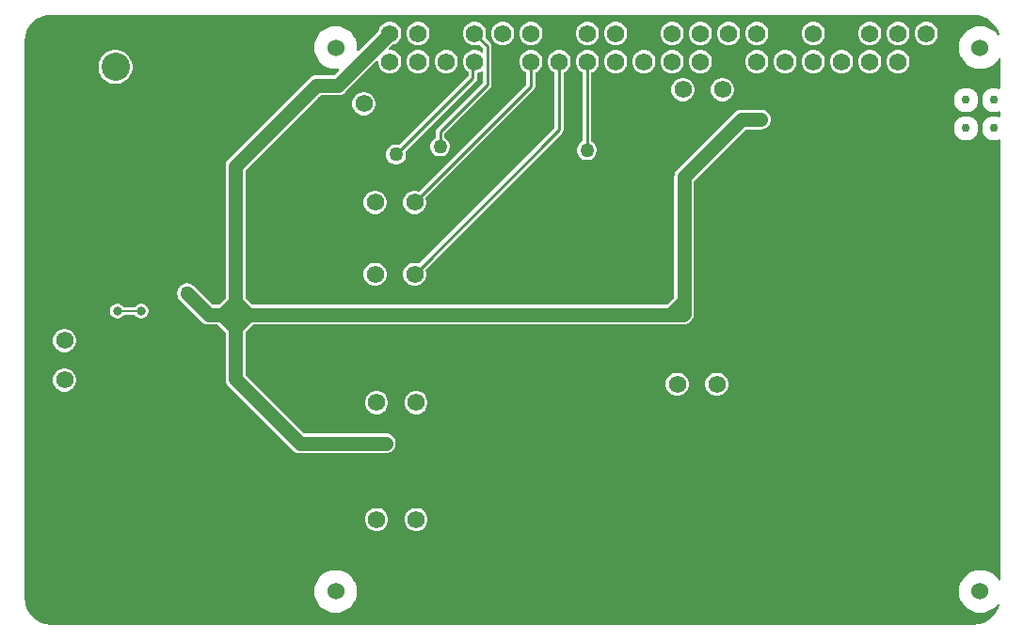
<source format=gbl>
G04*
G04 #@! TF.GenerationSoftware,Altium Limited,Altium Designer,22.10.1 (41)*
G04*
G04 Layer_Physical_Order=2*
G04 Layer_Color=16711680*
%FSLAX23Y23*%
%MOIN*%
G70*
G04*
G04 #@! TF.SameCoordinates,9DCC93BE-6794-47A7-A240-529396958765*
G04*
G04*
G04 #@! TF.FilePolarity,Positive*
G04*
G01*
G75*
%ADD38C,0.010*%
%ADD43C,0.050*%
%ADD45C,0.005*%
%ADD49C,0.030*%
%ADD50C,0.062*%
%ADD51C,0.060*%
%ADD52C,0.100*%
%ADD53C,0.032*%
%ADD54C,0.050*%
G36*
X3447Y2234D02*
X3465Y2229D01*
X3481Y2220D01*
X3496Y2208D01*
X3508Y2193D01*
X3517Y2177D01*
X3520Y2165D01*
X3516Y2162D01*
X3507Y2173D01*
X3496Y2182D01*
X3482Y2189D01*
X3468Y2194D01*
X3453Y2195D01*
X3439Y2194D01*
X3424Y2189D01*
X3411Y2182D01*
X3400Y2173D01*
X3390Y2161D01*
X3383Y2148D01*
X3379Y2134D01*
X3378Y2119D01*
X3379Y2104D01*
X3383Y2090D01*
X3390Y2077D01*
X3400Y2065D01*
X3411Y2056D01*
X3424Y2049D01*
X3439Y2045D01*
X3453Y2043D01*
X3468Y2045D01*
X3482Y2049D01*
X3496Y2056D01*
X3507Y2065D01*
X3517Y2077D01*
X3519Y2081D01*
X3524Y2080D01*
Y1975D01*
X3519Y1972D01*
X3515Y1974D01*
X3503Y1976D01*
X3492Y1974D01*
X3482Y1970D01*
X3473Y1963D01*
X3466Y1954D01*
X3462Y1944D01*
X3461Y1933D01*
X3462Y1922D01*
X3466Y1911D01*
X3473Y1903D01*
X3482Y1896D01*
X3492Y1892D01*
X3503Y1890D01*
X3515Y1892D01*
X3519Y1894D01*
X3524Y1891D01*
Y1875D01*
X3519Y1872D01*
X3515Y1874D01*
X3503Y1876D01*
X3492Y1874D01*
X3482Y1870D01*
X3473Y1863D01*
X3466Y1854D01*
X3462Y1844D01*
X3461Y1833D01*
X3462Y1822D01*
X3466Y1811D01*
X3473Y1803D01*
X3482Y1796D01*
X3492Y1792D01*
X3503Y1790D01*
X3515Y1792D01*
X3519Y1794D01*
X3524Y1791D01*
Y230D01*
X3519Y228D01*
X3517Y232D01*
X3507Y244D01*
X3496Y253D01*
X3482Y260D01*
X3468Y264D01*
X3453Y266D01*
X3439Y264D01*
X3424Y260D01*
X3411Y253D01*
X3400Y244D01*
X3390Y232D01*
X3383Y219D01*
X3379Y205D01*
X3378Y190D01*
X3379Y175D01*
X3383Y161D01*
X3390Y148D01*
X3400Y136D01*
X3411Y127D01*
X3424Y120D01*
X3439Y116D01*
X3453Y114D01*
X3468Y116D01*
X3482Y120D01*
X3496Y127D01*
X3507Y136D01*
X3517Y148D01*
X3521Y146D01*
X3517Y131D01*
X3508Y115D01*
X3496Y100D01*
X3481Y88D01*
X3465Y79D01*
X3447Y74D01*
X3429Y72D01*
X3428Y72D01*
X164D01*
X163Y72D01*
X145Y74D01*
X127Y79D01*
X111Y88D01*
X96Y100D01*
X84Y115D01*
X75Y131D01*
X70Y149D01*
X68Y167D01*
X68Y168D01*
Y2140D01*
X68Y2141D01*
X70Y2159D01*
X75Y2177D01*
X84Y2193D01*
X96Y2208D01*
X111Y2220D01*
X127Y2229D01*
X145Y2234D01*
X163Y2236D01*
X164Y2236D01*
X3428D01*
X3429Y2236D01*
X3447Y2234D01*
D02*
G37*
%LPC*%
G36*
X3267Y2210D02*
X3256D01*
X3246Y2207D01*
X3237Y2202D01*
X3229Y2194D01*
X3224Y2185D01*
X3221Y2175D01*
Y2164D01*
X3224Y2153D01*
X3229Y2144D01*
X3237Y2136D01*
X3246Y2131D01*
X3256Y2128D01*
X3267D01*
X3278Y2131D01*
X3287Y2136D01*
X3295Y2144D01*
X3300Y2153D01*
X3303Y2164D01*
Y2175D01*
X3300Y2185D01*
X3295Y2194D01*
X3287Y2202D01*
X3278Y2207D01*
X3267Y2210D01*
D02*
G37*
G36*
X3167D02*
X3156D01*
X3146Y2207D01*
X3137Y2202D01*
X3129Y2194D01*
X3124Y2185D01*
X3121Y2175D01*
Y2164D01*
X3124Y2153D01*
X3129Y2144D01*
X3137Y2136D01*
X3146Y2131D01*
X3156Y2128D01*
X3167D01*
X3178Y2131D01*
X3187Y2136D01*
X3195Y2144D01*
X3200Y2153D01*
X3203Y2164D01*
Y2175D01*
X3200Y2185D01*
X3195Y2194D01*
X3187Y2202D01*
X3178Y2207D01*
X3167Y2210D01*
D02*
G37*
G36*
X3067D02*
X3056D01*
X3046Y2207D01*
X3037Y2202D01*
X3029Y2194D01*
X3024Y2185D01*
X3021Y2175D01*
Y2164D01*
X3024Y2153D01*
X3029Y2144D01*
X3037Y2136D01*
X3046Y2131D01*
X3056Y2128D01*
X3067D01*
X3078Y2131D01*
X3087Y2136D01*
X3095Y2144D01*
X3100Y2153D01*
X3103Y2164D01*
Y2175D01*
X3100Y2185D01*
X3095Y2194D01*
X3087Y2202D01*
X3078Y2207D01*
X3067Y2210D01*
D02*
G37*
G36*
X2867D02*
X2856D01*
X2846Y2207D01*
X2837Y2202D01*
X2829Y2194D01*
X2824Y2185D01*
X2821Y2175D01*
Y2164D01*
X2824Y2153D01*
X2829Y2144D01*
X2837Y2136D01*
X2846Y2131D01*
X2856Y2128D01*
X2867D01*
X2878Y2131D01*
X2887Y2136D01*
X2895Y2144D01*
X2900Y2153D01*
X2903Y2164D01*
Y2175D01*
X2900Y2185D01*
X2895Y2194D01*
X2887Y2202D01*
X2878Y2207D01*
X2867Y2210D01*
D02*
G37*
G36*
X2667D02*
X2656D01*
X2646Y2207D01*
X2637Y2202D01*
X2629Y2194D01*
X2624Y2185D01*
X2621Y2175D01*
Y2164D01*
X2624Y2153D01*
X2629Y2144D01*
X2637Y2136D01*
X2646Y2131D01*
X2656Y2128D01*
X2667D01*
X2678Y2131D01*
X2687Y2136D01*
X2695Y2144D01*
X2700Y2153D01*
X2703Y2164D01*
Y2175D01*
X2700Y2185D01*
X2695Y2194D01*
X2687Y2202D01*
X2678Y2207D01*
X2667Y2210D01*
D02*
G37*
G36*
X2567D02*
X2556D01*
X2546Y2207D01*
X2537Y2202D01*
X2529Y2194D01*
X2524Y2185D01*
X2521Y2175D01*
Y2164D01*
X2524Y2153D01*
X2529Y2144D01*
X2537Y2136D01*
X2546Y2131D01*
X2556Y2128D01*
X2567D01*
X2578Y2131D01*
X2587Y2136D01*
X2595Y2144D01*
X2600Y2153D01*
X2603Y2164D01*
Y2175D01*
X2600Y2185D01*
X2595Y2194D01*
X2587Y2202D01*
X2578Y2207D01*
X2567Y2210D01*
D02*
G37*
G36*
X2467D02*
X2456D01*
X2446Y2207D01*
X2437Y2202D01*
X2429Y2194D01*
X2424Y2185D01*
X2421Y2175D01*
Y2164D01*
X2424Y2153D01*
X2429Y2144D01*
X2437Y2136D01*
X2446Y2131D01*
X2456Y2128D01*
X2467D01*
X2478Y2131D01*
X2487Y2136D01*
X2495Y2144D01*
X2500Y2153D01*
X2503Y2164D01*
Y2175D01*
X2500Y2185D01*
X2495Y2194D01*
X2487Y2202D01*
X2478Y2207D01*
X2467Y2210D01*
D02*
G37*
G36*
X2367D02*
X2356D01*
X2346Y2207D01*
X2337Y2202D01*
X2329Y2194D01*
X2324Y2185D01*
X2321Y2175D01*
Y2164D01*
X2324Y2153D01*
X2329Y2144D01*
X2337Y2136D01*
X2346Y2131D01*
X2356Y2128D01*
X2367D01*
X2378Y2131D01*
X2387Y2136D01*
X2395Y2144D01*
X2400Y2153D01*
X2403Y2164D01*
Y2175D01*
X2400Y2185D01*
X2395Y2194D01*
X2387Y2202D01*
X2378Y2207D01*
X2367Y2210D01*
D02*
G37*
G36*
X2167D02*
X2156D01*
X2146Y2207D01*
X2137Y2202D01*
X2129Y2194D01*
X2124Y2185D01*
X2121Y2175D01*
Y2164D01*
X2124Y2153D01*
X2129Y2144D01*
X2137Y2136D01*
X2146Y2131D01*
X2156Y2128D01*
X2167D01*
X2178Y2131D01*
X2187Y2136D01*
X2195Y2144D01*
X2200Y2153D01*
X2203Y2164D01*
Y2175D01*
X2200Y2185D01*
X2195Y2194D01*
X2187Y2202D01*
X2178Y2207D01*
X2167Y2210D01*
D02*
G37*
G36*
X2067D02*
X2056D01*
X2046Y2207D01*
X2037Y2202D01*
X2029Y2194D01*
X2024Y2185D01*
X2021Y2175D01*
Y2164D01*
X2024Y2153D01*
X2029Y2144D01*
X2037Y2136D01*
X2046Y2131D01*
X2056Y2128D01*
X2067D01*
X2078Y2131D01*
X2087Y2136D01*
X2095Y2144D01*
X2100Y2153D01*
X2103Y2164D01*
Y2175D01*
X2100Y2185D01*
X2095Y2194D01*
X2087Y2202D01*
X2078Y2207D01*
X2067Y2210D01*
D02*
G37*
G36*
X1867D02*
X1856D01*
X1846Y2207D01*
X1837Y2202D01*
X1829Y2194D01*
X1824Y2185D01*
X1821Y2175D01*
Y2164D01*
X1824Y2153D01*
X1829Y2144D01*
X1837Y2136D01*
X1846Y2131D01*
X1856Y2128D01*
X1867D01*
X1878Y2131D01*
X1887Y2136D01*
X1895Y2144D01*
X1900Y2153D01*
X1903Y2164D01*
Y2175D01*
X1900Y2185D01*
X1895Y2194D01*
X1887Y2202D01*
X1878Y2207D01*
X1867Y2210D01*
D02*
G37*
G36*
X1767D02*
X1756D01*
X1746Y2207D01*
X1737Y2202D01*
X1729Y2194D01*
X1724Y2185D01*
X1721Y2175D01*
Y2164D01*
X1724Y2153D01*
X1729Y2144D01*
X1737Y2136D01*
X1746Y2131D01*
X1756Y2128D01*
X1767D01*
X1778Y2131D01*
X1787Y2136D01*
X1795Y2144D01*
X1800Y2153D01*
X1803Y2164D01*
Y2175D01*
X1800Y2185D01*
X1795Y2194D01*
X1787Y2202D01*
X1778Y2207D01*
X1767Y2210D01*
D02*
G37*
G36*
X1467D02*
X1456D01*
X1446Y2207D01*
X1437Y2202D01*
X1429Y2194D01*
X1424Y2185D01*
X1421Y2175D01*
Y2164D01*
X1424Y2153D01*
X1429Y2144D01*
X1437Y2136D01*
X1446Y2131D01*
X1456Y2128D01*
X1467D01*
X1478Y2131D01*
X1487Y2136D01*
X1495Y2144D01*
X1500Y2153D01*
X1503Y2164D01*
Y2175D01*
X1500Y2185D01*
X1495Y2194D01*
X1487Y2202D01*
X1478Y2207D01*
X1467Y2210D01*
D02*
G37*
G36*
X1367D02*
X1356D01*
X1346Y2207D01*
X1337Y2202D01*
X1329Y2194D01*
X1324Y2185D01*
X1322Y2179D01*
X1250Y2107D01*
X1245Y2109D01*
X1246Y2119D01*
X1244Y2134D01*
X1240Y2148D01*
X1233Y2161D01*
X1224Y2173D01*
X1212Y2182D01*
X1199Y2189D01*
X1185Y2194D01*
X1170Y2195D01*
X1155Y2194D01*
X1141Y2189D01*
X1128Y2182D01*
X1116Y2173D01*
X1107Y2161D01*
X1100Y2148D01*
X1096Y2134D01*
X1094Y2119D01*
X1096Y2104D01*
X1100Y2090D01*
X1107Y2077D01*
X1116Y2065D01*
X1128Y2056D01*
X1141Y2049D01*
X1155Y2045D01*
X1170Y2043D01*
X1180Y2044D01*
X1183Y2039D01*
X1164Y2021D01*
X1103D01*
X1094Y2020D01*
X1085Y2017D01*
X1078Y2011D01*
X791Y1724D01*
X785Y1717D01*
X782Y1708D01*
X781Y1699D01*
Y1231D01*
X757Y1207D01*
X735D01*
X669Y1273D01*
X667Y1274D01*
X665Y1276D01*
X663Y1277D01*
X662Y1279D01*
X660Y1279D01*
X658Y1281D01*
X655Y1281D01*
X653Y1282D01*
X651Y1282D01*
X649Y1283D01*
X646D01*
X644Y1283D01*
X642Y1283D01*
X639D01*
X637Y1282D01*
X635Y1282D01*
X633Y1281D01*
X630Y1281D01*
X628Y1279D01*
X626Y1279D01*
X625Y1277D01*
X623Y1276D01*
X621Y1274D01*
X619Y1273D01*
X618Y1271D01*
X616Y1269D01*
X615Y1267D01*
X613Y1266D01*
X613Y1264D01*
X611Y1262D01*
X611Y1259D01*
X610Y1257D01*
X610Y1255D01*
X609Y1253D01*
Y1250D01*
X609Y1248D01*
X609Y1246D01*
Y1243D01*
X610Y1241D01*
X610Y1239D01*
X611Y1237D01*
X611Y1234D01*
X613Y1232D01*
X613Y1230D01*
X615Y1229D01*
X616Y1227D01*
X618Y1225D01*
X619Y1223D01*
X695Y1147D01*
X702Y1141D01*
X711Y1138D01*
X720Y1137D01*
X753D01*
X781Y1109D01*
Y944D01*
X782Y935D01*
X785Y926D01*
X791Y919D01*
X1019Y691D01*
X1026Y685D01*
X1035Y682D01*
X1044Y681D01*
X1348D01*
X1350Y681D01*
X1353D01*
X1355Y682D01*
X1357Y682D01*
X1359Y683D01*
X1362Y683D01*
X1364Y685D01*
X1366Y685D01*
X1367Y687D01*
X1369Y688D01*
X1371Y690D01*
X1373Y691D01*
X1374Y693D01*
X1376Y695D01*
X1377Y697D01*
X1379Y698D01*
X1379Y700D01*
X1381Y702D01*
X1381Y705D01*
X1382Y707D01*
X1382Y709D01*
X1383Y711D01*
Y714D01*
X1383Y716D01*
X1383Y718D01*
Y721D01*
X1382Y723D01*
X1382Y725D01*
X1381Y727D01*
X1381Y730D01*
X1379Y732D01*
X1379Y734D01*
X1377Y735D01*
X1376Y737D01*
X1374Y739D01*
X1373Y741D01*
X1371Y742D01*
X1369Y744D01*
X1367Y745D01*
X1366Y747D01*
X1364Y747D01*
X1362Y749D01*
X1359Y749D01*
X1357Y750D01*
X1355Y750D01*
X1353Y751D01*
X1350D01*
X1348Y751D01*
X1059D01*
X851Y959D01*
Y1109D01*
X879Y1137D01*
X2400D01*
X2409Y1138D01*
X2418Y1141D01*
X2425Y1147D01*
X2429Y1151D01*
X2430Y1153D01*
X2432Y1155D01*
X2433Y1157D01*
X2435Y1158D01*
X2435Y1160D01*
X2437Y1162D01*
X2437Y1165D01*
X2438Y1167D01*
X2438Y1169D01*
X2439Y1171D01*
Y1174D01*
X2439Y1176D01*
X2439Y1176D01*
Y1645D01*
X2623Y1829D01*
X2676D01*
X2678Y1829D01*
X2681D01*
X2683Y1830D01*
X2685Y1830D01*
X2687Y1831D01*
X2690Y1831D01*
X2692Y1833D01*
X2694Y1833D01*
X2695Y1835D01*
X2697Y1836D01*
X2699Y1838D01*
X2701Y1839D01*
X2702Y1841D01*
X2704Y1843D01*
X2705Y1845D01*
X2707Y1846D01*
X2707Y1848D01*
X2709Y1850D01*
X2709Y1853D01*
X2710Y1855D01*
X2710Y1857D01*
X2711Y1859D01*
Y1862D01*
X2711Y1864D01*
X2711Y1866D01*
Y1869D01*
X2710Y1871D01*
X2710Y1873D01*
X2709Y1875D01*
X2709Y1878D01*
X2707Y1880D01*
X2707Y1882D01*
X2705Y1883D01*
X2704Y1885D01*
X2702Y1887D01*
X2701Y1889D01*
X2699Y1890D01*
X2697Y1892D01*
X2695Y1893D01*
X2694Y1895D01*
X2692Y1895D01*
X2690Y1897D01*
X2687Y1897D01*
X2685Y1898D01*
X2683Y1898D01*
X2681Y1899D01*
X2678D01*
X2676Y1899D01*
X2608D01*
X2599Y1898D01*
X2590Y1895D01*
X2583Y1889D01*
X2379Y1685D01*
X2373Y1678D01*
X2370Y1669D01*
X2369Y1660D01*
Y1231D01*
X2345Y1207D01*
X875D01*
X851Y1231D01*
Y1685D01*
X1117Y1951D01*
X1179D01*
X1188Y1952D01*
X1197Y1955D01*
X1204Y1961D01*
X1316Y2073D01*
X1321Y2071D01*
Y2064D01*
X1324Y2053D01*
X1329Y2044D01*
X1337Y2036D01*
X1346Y2031D01*
X1356Y2028D01*
X1367D01*
X1378Y2031D01*
X1387Y2036D01*
X1395Y2044D01*
X1400Y2053D01*
X1403Y2064D01*
Y2075D01*
X1400Y2085D01*
X1395Y2094D01*
X1387Y2102D01*
X1378Y2107D01*
X1367Y2110D01*
X1360D01*
X1358Y2115D01*
X1372Y2130D01*
X1378Y2131D01*
X1387Y2136D01*
X1395Y2144D01*
X1400Y2153D01*
X1403Y2164D01*
Y2175D01*
X1400Y2185D01*
X1395Y2194D01*
X1387Y2202D01*
X1378Y2207D01*
X1367Y2210D01*
D02*
G37*
G36*
X1667D02*
X1656D01*
X1646Y2207D01*
X1637Y2202D01*
X1629Y2194D01*
X1624Y2185D01*
X1621Y2175D01*
Y2164D01*
X1624Y2153D01*
X1629Y2144D01*
X1637Y2136D01*
X1646Y2131D01*
X1656Y2128D01*
X1667D01*
X1678Y2131D01*
X1678Y2131D01*
X1693Y2117D01*
Y2103D01*
X1688Y2101D01*
X1687Y2102D01*
X1678Y2107D01*
X1667Y2110D01*
X1656D01*
X1646Y2107D01*
X1637Y2102D01*
X1629Y2094D01*
X1624Y2085D01*
X1621Y2075D01*
Y2064D01*
X1624Y2053D01*
X1629Y2044D01*
X1637Y2036D01*
X1641Y2034D01*
Y2019D01*
X1396Y1773D01*
X1389Y1775D01*
X1379D01*
X1370Y1773D01*
X1363Y1768D01*
X1356Y1761D01*
X1351Y1754D01*
X1349Y1745D01*
Y1735D01*
X1351Y1726D01*
X1356Y1719D01*
X1363Y1712D01*
X1370Y1707D01*
X1379Y1705D01*
X1389D01*
X1398Y1707D01*
X1405Y1712D01*
X1412Y1719D01*
X1417Y1726D01*
X1419Y1735D01*
Y1745D01*
X1417Y1752D01*
X1667Y2001D01*
X1670Y2006D01*
X1672Y2012D01*
Y2029D01*
X1678Y2031D01*
X1687Y2036D01*
X1688Y2038D01*
X1693Y2036D01*
Y1994D01*
X1529Y1831D01*
X1526Y1826D01*
X1525Y1820D01*
Y1800D01*
X1519Y1796D01*
X1512Y1789D01*
X1507Y1782D01*
X1505Y1773D01*
Y1763D01*
X1507Y1754D01*
X1512Y1747D01*
X1519Y1740D01*
X1526Y1735D01*
X1535Y1733D01*
X1545D01*
X1554Y1735D01*
X1561Y1740D01*
X1568Y1747D01*
X1573Y1754D01*
X1575Y1763D01*
Y1773D01*
X1573Y1782D01*
X1568Y1789D01*
X1561Y1796D01*
X1555Y1800D01*
Y1814D01*
X1719Y1977D01*
X1722Y1982D01*
X1723Y1988D01*
Y2123D01*
X1722Y2129D01*
X1719Y2134D01*
X1700Y2153D01*
X1700Y2153D01*
X1703Y2164D01*
Y2175D01*
X1700Y2185D01*
X1695Y2194D01*
X1687Y2202D01*
X1678Y2207D01*
X1667Y2210D01*
D02*
G37*
G36*
X3167Y2110D02*
X3156D01*
X3146Y2107D01*
X3137Y2102D01*
X3129Y2094D01*
X3124Y2085D01*
X3121Y2075D01*
Y2064D01*
X3124Y2053D01*
X3129Y2044D01*
X3137Y2036D01*
X3146Y2031D01*
X3156Y2028D01*
X3167D01*
X3178Y2031D01*
X3187Y2036D01*
X3195Y2044D01*
X3200Y2053D01*
X3203Y2064D01*
Y2075D01*
X3200Y2085D01*
X3195Y2094D01*
X3187Y2102D01*
X3178Y2107D01*
X3167Y2110D01*
D02*
G37*
G36*
X3067D02*
X3056D01*
X3046Y2107D01*
X3037Y2102D01*
X3029Y2094D01*
X3024Y2085D01*
X3021Y2075D01*
Y2064D01*
X3024Y2053D01*
X3029Y2044D01*
X3037Y2036D01*
X3046Y2031D01*
X3056Y2028D01*
X3067D01*
X3078Y2031D01*
X3087Y2036D01*
X3095Y2044D01*
X3100Y2053D01*
X3103Y2064D01*
Y2075D01*
X3100Y2085D01*
X3095Y2094D01*
X3087Y2102D01*
X3078Y2107D01*
X3067Y2110D01*
D02*
G37*
G36*
X2967D02*
X2956D01*
X2946Y2107D01*
X2937Y2102D01*
X2929Y2094D01*
X2924Y2085D01*
X2921Y2075D01*
Y2064D01*
X2924Y2053D01*
X2929Y2044D01*
X2937Y2036D01*
X2946Y2031D01*
X2956Y2028D01*
X2967D01*
X2978Y2031D01*
X2987Y2036D01*
X2995Y2044D01*
X3000Y2053D01*
X3003Y2064D01*
Y2075D01*
X3000Y2085D01*
X2995Y2094D01*
X2987Y2102D01*
X2978Y2107D01*
X2967Y2110D01*
D02*
G37*
G36*
X2867D02*
X2856D01*
X2846Y2107D01*
X2837Y2102D01*
X2829Y2094D01*
X2824Y2085D01*
X2821Y2075D01*
Y2064D01*
X2824Y2053D01*
X2829Y2044D01*
X2837Y2036D01*
X2846Y2031D01*
X2856Y2028D01*
X2867D01*
X2878Y2031D01*
X2887Y2036D01*
X2895Y2044D01*
X2900Y2053D01*
X2903Y2064D01*
Y2075D01*
X2900Y2085D01*
X2895Y2094D01*
X2887Y2102D01*
X2878Y2107D01*
X2867Y2110D01*
D02*
G37*
G36*
X2767D02*
X2756D01*
X2746Y2107D01*
X2737Y2102D01*
X2729Y2094D01*
X2724Y2085D01*
X2721Y2075D01*
Y2064D01*
X2724Y2053D01*
X2729Y2044D01*
X2737Y2036D01*
X2746Y2031D01*
X2756Y2028D01*
X2767D01*
X2778Y2031D01*
X2787Y2036D01*
X2795Y2044D01*
X2800Y2053D01*
X2803Y2064D01*
Y2075D01*
X2800Y2085D01*
X2795Y2094D01*
X2787Y2102D01*
X2778Y2107D01*
X2767Y2110D01*
D02*
G37*
G36*
X2667D02*
X2656D01*
X2646Y2107D01*
X2637Y2102D01*
X2629Y2094D01*
X2624Y2085D01*
X2621Y2075D01*
Y2064D01*
X2624Y2053D01*
X2629Y2044D01*
X2637Y2036D01*
X2646Y2031D01*
X2656Y2028D01*
X2667D01*
X2678Y2031D01*
X2687Y2036D01*
X2695Y2044D01*
X2700Y2053D01*
X2703Y2064D01*
Y2075D01*
X2700Y2085D01*
X2695Y2094D01*
X2687Y2102D01*
X2678Y2107D01*
X2667Y2110D01*
D02*
G37*
G36*
X2467D02*
X2456D01*
X2446Y2107D01*
X2437Y2102D01*
X2429Y2094D01*
X2424Y2085D01*
X2421Y2075D01*
Y2064D01*
X2424Y2053D01*
X2429Y2044D01*
X2437Y2036D01*
X2446Y2031D01*
X2456Y2028D01*
X2467D01*
X2478Y2031D01*
X2487Y2036D01*
X2495Y2044D01*
X2500Y2053D01*
X2503Y2064D01*
Y2075D01*
X2500Y2085D01*
X2495Y2094D01*
X2487Y2102D01*
X2478Y2107D01*
X2467Y2110D01*
D02*
G37*
G36*
X2367D02*
X2356D01*
X2346Y2107D01*
X2337Y2102D01*
X2329Y2094D01*
X2324Y2085D01*
X2321Y2075D01*
Y2064D01*
X2324Y2053D01*
X2329Y2044D01*
X2337Y2036D01*
X2346Y2031D01*
X2356Y2028D01*
X2367D01*
X2378Y2031D01*
X2387Y2036D01*
X2395Y2044D01*
X2400Y2053D01*
X2403Y2064D01*
Y2075D01*
X2400Y2085D01*
X2395Y2094D01*
X2387Y2102D01*
X2378Y2107D01*
X2367Y2110D01*
D02*
G37*
G36*
X2267D02*
X2256D01*
X2246Y2107D01*
X2237Y2102D01*
X2229Y2094D01*
X2224Y2085D01*
X2221Y2075D01*
Y2064D01*
X2224Y2053D01*
X2229Y2044D01*
X2237Y2036D01*
X2246Y2031D01*
X2256Y2028D01*
X2267D01*
X2278Y2031D01*
X2287Y2036D01*
X2295Y2044D01*
X2300Y2053D01*
X2303Y2064D01*
Y2075D01*
X2300Y2085D01*
X2295Y2094D01*
X2287Y2102D01*
X2278Y2107D01*
X2267Y2110D01*
D02*
G37*
G36*
X2167D02*
X2156D01*
X2146Y2107D01*
X2137Y2102D01*
X2129Y2094D01*
X2124Y2085D01*
X2121Y2075D01*
Y2064D01*
X2124Y2053D01*
X2129Y2044D01*
X2137Y2036D01*
X2146Y2031D01*
X2156Y2028D01*
X2167D01*
X2178Y2031D01*
X2187Y2036D01*
X2195Y2044D01*
X2200Y2053D01*
X2203Y2064D01*
Y2075D01*
X2200Y2085D01*
X2195Y2094D01*
X2187Y2102D01*
X2178Y2107D01*
X2167Y2110D01*
D02*
G37*
G36*
X1567D02*
X1556D01*
X1546Y2107D01*
X1537Y2102D01*
X1529Y2094D01*
X1524Y2085D01*
X1521Y2075D01*
Y2064D01*
X1524Y2053D01*
X1529Y2044D01*
X1537Y2036D01*
X1546Y2031D01*
X1556Y2028D01*
X1567D01*
X1578Y2031D01*
X1587Y2036D01*
X1595Y2044D01*
X1600Y2053D01*
X1603Y2064D01*
Y2075D01*
X1600Y2085D01*
X1595Y2094D01*
X1587Y2102D01*
X1578Y2107D01*
X1567Y2110D01*
D02*
G37*
G36*
X1467D02*
X1456D01*
X1446Y2107D01*
X1437Y2102D01*
X1429Y2094D01*
X1424Y2085D01*
X1421Y2075D01*
Y2064D01*
X1424Y2053D01*
X1429Y2044D01*
X1437Y2036D01*
X1446Y2031D01*
X1456Y2028D01*
X1467D01*
X1478Y2031D01*
X1487Y2036D01*
X1495Y2044D01*
X1500Y2053D01*
X1503Y2064D01*
Y2075D01*
X1500Y2085D01*
X1495Y2094D01*
X1487Y2102D01*
X1478Y2107D01*
X1467Y2110D01*
D02*
G37*
G36*
X396Y2110D02*
X384D01*
X372Y2108D01*
X362Y2103D01*
X352Y2097D01*
X343Y2088D01*
X337Y2078D01*
X332Y2068D01*
X330Y2056D01*
Y2044D01*
X332Y2032D01*
X337Y2022D01*
X343Y2012D01*
X352Y2003D01*
X362Y1997D01*
X372Y1992D01*
X384Y1990D01*
X396D01*
X408Y1992D01*
X418Y1997D01*
X428Y2003D01*
X437Y2012D01*
X443Y2022D01*
X448Y2032D01*
X450Y2044D01*
Y2056D01*
X448Y2068D01*
X443Y2078D01*
X437Y2088D01*
X428Y2097D01*
X418Y2103D01*
X408Y2108D01*
X396Y2110D01*
D02*
G37*
G36*
X2545Y2011D02*
X2535D01*
X2524Y2008D01*
X2515Y2003D01*
X2507Y1995D01*
X2502Y1986D01*
X2499Y1975D01*
Y1965D01*
X2502Y1954D01*
X2507Y1945D01*
X2515Y1937D01*
X2524Y1932D01*
X2535Y1929D01*
X2545D01*
X2556Y1932D01*
X2565Y1937D01*
X2573Y1945D01*
X2578Y1954D01*
X2581Y1965D01*
Y1975D01*
X2578Y1986D01*
X2573Y1995D01*
X2565Y2003D01*
X2556Y2008D01*
X2545Y2011D01*
D02*
G37*
G36*
X2405D02*
X2395D01*
X2384Y2008D01*
X2375Y2003D01*
X2367Y1995D01*
X2362Y1986D01*
X2359Y1975D01*
Y1965D01*
X2362Y1954D01*
X2367Y1945D01*
X2375Y1937D01*
X2384Y1932D01*
X2395Y1929D01*
X2405D01*
X2416Y1932D01*
X2425Y1937D01*
X2433Y1945D01*
X2438Y1954D01*
X2441Y1965D01*
Y1975D01*
X2438Y1986D01*
X2433Y1995D01*
X2425Y2003D01*
X2416Y2008D01*
X2405Y2011D01*
D02*
G37*
G36*
X3403Y1976D02*
X3392Y1974D01*
X3382Y1970D01*
X3373Y1963D01*
X3366Y1954D01*
X3362Y1944D01*
X3361Y1933D01*
X3362Y1922D01*
X3366Y1911D01*
X3373Y1903D01*
X3382Y1896D01*
X3392Y1892D01*
X3403Y1890D01*
X3415Y1892D01*
X3425Y1896D01*
X3434Y1903D01*
X3441Y1911D01*
X3445Y1922D01*
X3446Y1933D01*
X3445Y1944D01*
X3441Y1954D01*
X3434Y1963D01*
X3425Y1970D01*
X3415Y1974D01*
X3403Y1976D01*
D02*
G37*
G36*
X1275Y1961D02*
X1265D01*
X1254Y1958D01*
X1245Y1953D01*
X1237Y1945D01*
X1232Y1936D01*
X1229Y1925D01*
Y1915D01*
X1232Y1904D01*
X1237Y1895D01*
X1245Y1887D01*
X1254Y1882D01*
X1265Y1879D01*
X1275D01*
X1286Y1882D01*
X1295Y1887D01*
X1303Y1895D01*
X1308Y1904D01*
X1311Y1915D01*
Y1925D01*
X1308Y1936D01*
X1303Y1945D01*
X1295Y1953D01*
X1286Y1958D01*
X1275Y1961D01*
D02*
G37*
G36*
X3403Y1876D02*
X3392Y1874D01*
X3382Y1870D01*
X3373Y1863D01*
X3366Y1854D01*
X3362Y1844D01*
X3361Y1833D01*
X3362Y1822D01*
X3366Y1811D01*
X3373Y1803D01*
X3382Y1796D01*
X3392Y1792D01*
X3403Y1790D01*
X3415Y1792D01*
X3425Y1796D01*
X3434Y1803D01*
X3441Y1811D01*
X3445Y1822D01*
X3446Y1833D01*
X3445Y1844D01*
X3441Y1854D01*
X3434Y1863D01*
X3425Y1870D01*
X3415Y1874D01*
X3403Y1876D01*
D02*
G37*
G36*
X2067Y2110D02*
X2056D01*
X2046Y2107D01*
X2037Y2102D01*
X2029Y2094D01*
X2024Y2085D01*
X2021Y2075D01*
Y2064D01*
X2024Y2053D01*
X2029Y2044D01*
X2037Y2036D01*
X2046Y2031D01*
Y1787D01*
X2039Y1783D01*
X2032Y1776D01*
X2027Y1769D01*
X2025Y1760D01*
Y1750D01*
X2027Y1741D01*
X2032Y1734D01*
X2039Y1727D01*
X2046Y1722D01*
X2055Y1720D01*
X2065D01*
X2074Y1722D01*
X2081Y1727D01*
X2088Y1734D01*
X2093Y1741D01*
X2095Y1750D01*
Y1760D01*
X2093Y1769D01*
X2088Y1776D01*
X2081Y1783D01*
X2076Y1786D01*
Y2031D01*
X2078Y2031D01*
X2087Y2036D01*
X2095Y2044D01*
X2100Y2053D01*
X2103Y2064D01*
Y2075D01*
X2100Y2085D01*
X2095Y2094D01*
X2087Y2102D01*
X2078Y2107D01*
X2067Y2110D01*
D02*
G37*
G36*
X1867D02*
X1856D01*
X1846Y2107D01*
X1837Y2102D01*
X1829Y2094D01*
X1824Y2085D01*
X1821Y2075D01*
Y2064D01*
X1824Y2053D01*
X1829Y2044D01*
X1837Y2036D01*
X1846Y2031D01*
X1846Y2031D01*
Y1988D01*
X1466Y1608D01*
X1466Y1608D01*
X1455Y1611D01*
X1445D01*
X1434Y1608D01*
X1425Y1603D01*
X1417Y1595D01*
X1412Y1586D01*
X1409Y1575D01*
Y1565D01*
X1412Y1554D01*
X1417Y1545D01*
X1425Y1537D01*
X1434Y1532D01*
X1445Y1529D01*
X1455D01*
X1466Y1532D01*
X1475Y1537D01*
X1483Y1545D01*
X1488Y1554D01*
X1491Y1565D01*
Y1575D01*
X1488Y1586D01*
X1488Y1586D01*
X1873Y1971D01*
X1876Y1976D01*
X1877Y1982D01*
Y2031D01*
X1878Y2031D01*
X1887Y2036D01*
X1895Y2044D01*
X1900Y2053D01*
X1903Y2064D01*
Y2075D01*
X1900Y2085D01*
X1895Y2094D01*
X1887Y2102D01*
X1878Y2107D01*
X1867Y2110D01*
D02*
G37*
G36*
X1315Y1611D02*
X1305D01*
X1294Y1608D01*
X1285Y1603D01*
X1277Y1595D01*
X1272Y1586D01*
X1269Y1575D01*
Y1565D01*
X1272Y1554D01*
X1277Y1545D01*
X1285Y1537D01*
X1294Y1532D01*
X1305Y1529D01*
X1315D01*
X1326Y1532D01*
X1335Y1537D01*
X1343Y1545D01*
X1348Y1554D01*
X1351Y1565D01*
Y1575D01*
X1348Y1586D01*
X1343Y1595D01*
X1335Y1603D01*
X1326Y1608D01*
X1315Y1611D01*
D02*
G37*
G36*
X1967Y2110D02*
X1956D01*
X1946Y2107D01*
X1937Y2102D01*
X1929Y2094D01*
X1924Y2085D01*
X1921Y2075D01*
Y2064D01*
X1924Y2053D01*
X1929Y2044D01*
X1937Y2036D01*
X1946Y2031D01*
X1946Y2031D01*
Y1833D01*
X1466Y1353D01*
X1466Y1353D01*
X1455Y1356D01*
X1445D01*
X1434Y1353D01*
X1425Y1348D01*
X1417Y1340D01*
X1412Y1331D01*
X1409Y1320D01*
Y1310D01*
X1412Y1299D01*
X1417Y1290D01*
X1425Y1282D01*
X1434Y1277D01*
X1445Y1274D01*
X1455D01*
X1466Y1277D01*
X1475Y1282D01*
X1483Y1290D01*
X1488Y1299D01*
X1491Y1310D01*
Y1320D01*
X1488Y1331D01*
X1488Y1331D01*
X1973Y1816D01*
X1976Y1821D01*
X1977Y1827D01*
Y2031D01*
X1978Y2031D01*
X1987Y2036D01*
X1995Y2044D01*
X2000Y2053D01*
X2003Y2064D01*
Y2075D01*
X2000Y2085D01*
X1995Y2094D01*
X1987Y2102D01*
X1978Y2107D01*
X1967Y2110D01*
D02*
G37*
G36*
X1315Y1356D02*
X1305D01*
X1294Y1353D01*
X1285Y1348D01*
X1277Y1340D01*
X1272Y1331D01*
X1269Y1320D01*
Y1310D01*
X1272Y1299D01*
X1277Y1290D01*
X1285Y1282D01*
X1294Y1277D01*
X1305Y1274D01*
X1315D01*
X1326Y1277D01*
X1335Y1282D01*
X1343Y1290D01*
X1348Y1299D01*
X1351Y1310D01*
Y1320D01*
X1348Y1331D01*
X1343Y1340D01*
X1335Y1348D01*
X1326Y1353D01*
X1315Y1356D01*
D02*
G37*
G36*
X484Y1210D02*
X478D01*
X471Y1208D01*
X465Y1205D01*
X460Y1200D01*
X458Y1197D01*
X420D01*
X418Y1200D01*
X413Y1205D01*
X407Y1208D01*
X400Y1210D01*
X394D01*
X387Y1208D01*
X381Y1205D01*
X376Y1200D01*
X373Y1194D01*
X371Y1187D01*
Y1181D01*
X373Y1174D01*
X376Y1168D01*
X381Y1163D01*
X387Y1160D01*
X394Y1158D01*
X400D01*
X407Y1160D01*
X413Y1163D01*
X418Y1168D01*
X420Y1171D01*
X458D01*
X460Y1168D01*
X465Y1163D01*
X471Y1160D01*
X478Y1158D01*
X484D01*
X491Y1160D01*
X497Y1163D01*
X502Y1168D01*
X505Y1174D01*
X507Y1181D01*
Y1187D01*
X505Y1194D01*
X502Y1200D01*
X497Y1205D01*
X491Y1208D01*
X484Y1210D01*
D02*
G37*
G36*
X215Y1121D02*
X205D01*
X194Y1118D01*
X185Y1113D01*
X177Y1105D01*
X172Y1096D01*
X169Y1085D01*
Y1075D01*
X172Y1064D01*
X177Y1055D01*
X185Y1047D01*
X194Y1042D01*
X205Y1039D01*
X215D01*
X226Y1042D01*
X235Y1047D01*
X243Y1055D01*
X248Y1064D01*
X251Y1075D01*
Y1085D01*
X248Y1096D01*
X243Y1105D01*
X235Y1113D01*
X226Y1118D01*
X215Y1121D01*
D02*
G37*
G36*
Y981D02*
X205D01*
X194Y978D01*
X185Y973D01*
X177Y965D01*
X172Y956D01*
X169Y945D01*
Y935D01*
X172Y924D01*
X177Y915D01*
X185Y907D01*
X194Y902D01*
X205Y899D01*
X215D01*
X226Y902D01*
X235Y907D01*
X243Y915D01*
X248Y924D01*
X251Y935D01*
Y945D01*
X248Y956D01*
X243Y965D01*
X235Y973D01*
X226Y978D01*
X215Y981D01*
D02*
G37*
G36*
X2525Y966D02*
X2515D01*
X2504Y963D01*
X2495Y958D01*
X2487Y950D01*
X2482Y941D01*
X2479Y930D01*
Y920D01*
X2482Y909D01*
X2487Y900D01*
X2495Y892D01*
X2504Y887D01*
X2515Y884D01*
X2525D01*
X2536Y887D01*
X2545Y892D01*
X2553Y900D01*
X2558Y909D01*
X2561Y920D01*
Y930D01*
X2558Y941D01*
X2553Y950D01*
X2545Y958D01*
X2536Y963D01*
X2525Y966D01*
D02*
G37*
G36*
X2385D02*
X2375D01*
X2364Y963D01*
X2355Y958D01*
X2347Y950D01*
X2342Y941D01*
X2339Y930D01*
Y920D01*
X2342Y909D01*
X2347Y900D01*
X2355Y892D01*
X2364Y887D01*
X2375Y884D01*
X2385D01*
X2396Y887D01*
X2405Y892D01*
X2413Y900D01*
X2418Y909D01*
X2421Y920D01*
Y930D01*
X2418Y941D01*
X2413Y950D01*
X2405Y958D01*
X2396Y963D01*
X2385Y966D01*
D02*
G37*
G36*
X1460Y901D02*
X1450D01*
X1439Y898D01*
X1430Y893D01*
X1422Y885D01*
X1417Y876D01*
X1414Y865D01*
Y855D01*
X1417Y844D01*
X1422Y835D01*
X1430Y827D01*
X1439Y822D01*
X1450Y819D01*
X1460D01*
X1471Y822D01*
X1480Y827D01*
X1488Y835D01*
X1493Y844D01*
X1496Y855D01*
Y865D01*
X1493Y876D01*
X1488Y885D01*
X1480Y893D01*
X1471Y898D01*
X1460Y901D01*
D02*
G37*
G36*
X1320D02*
X1310D01*
X1299Y898D01*
X1290Y893D01*
X1282Y885D01*
X1277Y876D01*
X1274Y865D01*
Y855D01*
X1277Y844D01*
X1282Y835D01*
X1290Y827D01*
X1299Y822D01*
X1310Y819D01*
X1320D01*
X1331Y822D01*
X1340Y827D01*
X1348Y835D01*
X1353Y844D01*
X1356Y855D01*
Y865D01*
X1353Y876D01*
X1348Y885D01*
X1340Y893D01*
X1331Y898D01*
X1320Y901D01*
D02*
G37*
G36*
X1460Y486D02*
X1450D01*
X1439Y483D01*
X1430Y478D01*
X1422Y470D01*
X1417Y461D01*
X1414Y450D01*
Y440D01*
X1417Y429D01*
X1422Y420D01*
X1430Y412D01*
X1439Y407D01*
X1450Y404D01*
X1460D01*
X1471Y407D01*
X1480Y412D01*
X1488Y420D01*
X1493Y429D01*
X1496Y440D01*
Y450D01*
X1493Y461D01*
X1488Y470D01*
X1480Y478D01*
X1471Y483D01*
X1460Y486D01*
D02*
G37*
G36*
X1320D02*
X1310D01*
X1299Y483D01*
X1290Y478D01*
X1282Y470D01*
X1277Y461D01*
X1274Y450D01*
Y440D01*
X1277Y429D01*
X1282Y420D01*
X1290Y412D01*
X1299Y407D01*
X1310Y404D01*
X1320D01*
X1331Y407D01*
X1340Y412D01*
X1348Y420D01*
X1353Y429D01*
X1356Y440D01*
Y450D01*
X1353Y461D01*
X1348Y470D01*
X1340Y478D01*
X1331Y483D01*
X1320Y486D01*
D02*
G37*
G36*
X1170Y266D02*
X1155Y264D01*
X1141Y260D01*
X1128Y253D01*
X1116Y244D01*
X1107Y232D01*
X1100Y219D01*
X1096Y205D01*
X1094Y190D01*
X1096Y175D01*
X1100Y161D01*
X1107Y148D01*
X1116Y136D01*
X1128Y127D01*
X1141Y120D01*
X1155Y116D01*
X1170Y114D01*
X1185Y116D01*
X1199Y120D01*
X1212Y127D01*
X1224Y136D01*
X1233Y148D01*
X1240Y161D01*
X1244Y175D01*
X1246Y190D01*
X1244Y205D01*
X1240Y219D01*
X1233Y232D01*
X1224Y244D01*
X1212Y253D01*
X1199Y260D01*
X1185Y264D01*
X1170Y266D01*
D02*
G37*
%LPD*%
G36*
X2392Y1192D02*
X2344D01*
X2392Y1240D01*
Y1192D01*
D02*
G37*
G36*
X800Y1188D02*
X752D01*
X800Y1236D01*
Y1188D01*
D02*
G37*
G36*
X884Y1184D02*
X836D01*
Y1232D01*
X884Y1184D01*
D02*
G37*
G36*
X832Y1104D02*
Y1152D01*
X880D01*
X832Y1104D01*
D02*
G37*
G36*
X800D02*
X752Y1152D01*
X800D01*
Y1104D01*
D02*
G37*
D38*
X1662Y2169D02*
X1708Y2123D01*
Y1988D02*
Y2123D01*
X1540Y1820D02*
X1708Y1988D01*
X1540Y1768D02*
Y1820D01*
X1384Y1740D02*
X1656Y2012D01*
Y2064D01*
X1450Y1570D02*
X1862Y1982D01*
Y2069D01*
X1656Y2064D02*
X1662Y2069D01*
X1962Y1827D02*
Y2069D01*
X1450Y1315D02*
X1962Y1827D01*
X2061Y1756D02*
Y2068D01*
X2062Y2069D01*
X2060Y1755D02*
X2061Y1756D01*
D43*
X816Y1172D02*
X2400D01*
X2404Y1176D01*
X816Y1699D02*
X1103Y1986D01*
X1179D01*
X1362Y2169D01*
Y2169D01*
X816Y1172D02*
Y1699D01*
X2404Y1660D02*
X2608Y1864D01*
X2676D01*
X2404Y1176D02*
Y1660D01*
X1044Y716D02*
X1348D01*
X816Y944D02*
X1044Y716D01*
X720Y1172D02*
X816D01*
Y944D02*
Y1172D01*
X644Y1248D02*
X720Y1172D01*
D45*
X397Y1184D02*
X481D01*
D49*
X3403Y1833D02*
D03*
X3503D02*
D03*
Y1933D02*
D03*
X3403D02*
D03*
D50*
X1310Y1315D02*
D03*
X1450D02*
D03*
X1310Y1570D02*
D03*
X1450D02*
D03*
X1315Y860D02*
D03*
X1455D02*
D03*
X1315Y445D02*
D03*
X1455D02*
D03*
X2380Y925D02*
D03*
X2520D02*
D03*
X2262Y2069D02*
D03*
X2362D02*
D03*
X2462D02*
D03*
X2562Y2169D02*
D03*
X3062Y2069D02*
D03*
Y2169D02*
D03*
X3162D02*
D03*
X3262D02*
D03*
X210Y940D02*
D03*
Y1080D02*
D03*
X1362Y2069D02*
D03*
X1462D02*
D03*
X1562D02*
D03*
X1662D02*
D03*
X1762D02*
D03*
X1862D02*
D03*
X1962D02*
D03*
X2062D02*
D03*
X2162D02*
D03*
X2562D02*
D03*
X2662D02*
D03*
X2762D02*
D03*
X2862D02*
D03*
X2962D02*
D03*
X3162D02*
D03*
X3262D02*
D03*
X1362Y2169D02*
D03*
X1462D02*
D03*
X1562D02*
D03*
X1662D02*
D03*
X1762D02*
D03*
X1862D02*
D03*
X1962D02*
D03*
X2062D02*
D03*
X2162D02*
D03*
X2262D02*
D03*
X2362D02*
D03*
X2462D02*
D03*
X2662D02*
D03*
X2762D02*
D03*
X2862D02*
D03*
X2962D02*
D03*
X2540Y1970D02*
D03*
X2400D02*
D03*
X1270Y1920D02*
D03*
X1130D02*
D03*
D51*
X1170Y190D02*
D03*
Y2119D02*
D03*
X3453D02*
D03*
Y190D02*
D03*
D52*
X390Y2050D02*
D03*
X180D02*
D03*
D53*
X3345Y1650D02*
D03*
X3195Y1350D02*
D03*
X3345Y1050D02*
D03*
X3195Y750D02*
D03*
X3345Y450D02*
D03*
X3195Y150D02*
D03*
X2895Y1350D02*
D03*
X3045Y1050D02*
D03*
X2895Y750D02*
D03*
X3045Y450D02*
D03*
X2895Y150D02*
D03*
X2595Y1950D02*
D03*
X2745Y1650D02*
D03*
X2595Y1350D02*
D03*
X2745Y1050D02*
D03*
X2595Y750D02*
D03*
X2745Y450D02*
D03*
X2595Y150D02*
D03*
X2295Y1350D02*
D03*
Y750D02*
D03*
X2445Y450D02*
D03*
X2295Y150D02*
D03*
X1995Y1950D02*
D03*
X2145Y1650D02*
D03*
X1995Y1350D02*
D03*
X2145Y1050D02*
D03*
X1995Y750D02*
D03*
X2145Y450D02*
D03*
X1995Y150D02*
D03*
X1845Y1650D02*
D03*
X1695Y1350D02*
D03*
X1845Y1050D02*
D03*
X1695Y750D02*
D03*
X1845Y450D02*
D03*
X1695Y150D02*
D03*
X1545Y1050D02*
D03*
Y450D02*
D03*
X1395Y150D02*
D03*
X1245Y1650D02*
D03*
X945D02*
D03*
Y1050D02*
D03*
X795Y750D02*
D03*
X945Y450D02*
D03*
X795Y150D02*
D03*
X645Y1650D02*
D03*
Y1050D02*
D03*
X495Y750D02*
D03*
X645Y450D02*
D03*
X495Y150D02*
D03*
X195Y1950D02*
D03*
Y750D02*
D03*
X345Y450D02*
D03*
X195Y150D02*
D03*
X481Y1184D02*
D03*
X397D02*
D03*
D54*
X1352Y1172D02*
D03*
X756Y1565D02*
D03*
Y1508D02*
D03*
X476Y1244D02*
D03*
X2676Y1864D02*
D03*
X2404Y1176D02*
D03*
X1540Y1768D02*
D03*
X1348Y716D02*
D03*
X644Y1248D02*
D03*
X1384Y1740D02*
D03*
X143Y1250D02*
D03*
Y1192D02*
D03*
Y1308D02*
D03*
X200D02*
D03*
Y1192D02*
D03*
Y1250D02*
D03*
X706Y1508D02*
D03*
X648D02*
D03*
Y1565D02*
D03*
X706D02*
D03*
X2060Y1755D02*
D03*
M02*

</source>
